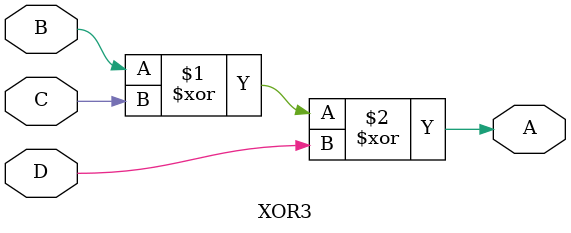
<source format=v>

module CLA2 (
	input [3:0] BL,
	input [3:0] BLB, 
	input CIN, 
	output [3:0] SUM,
	output COUT);

	wire or1_out, or2_out, or3_out, or4_out, inv1_out, inv2_out, inv3_out, inv4_out, and1_out, and2_out, and3_out, and4_out, cout0, cout1; 

	
  	INV inv_0 (inv1_out, BLB[0]);
        XOR3 xor3_0 (SUM[0], inv1_out, CIN, BL[0]);
	AND2 and2_0 (and1_out, inv1_out, CIN);
	OR2 or2_00 (cout0, BL[0], and1_out); 


  	INV inv_1 (inv2_out, BLB[1]);
        XOR3 xor3_1 (SUM[1], inv2_out, cout0, BL[1]);
	AND2 and2_1 (and2_out, inv2_out, cout0);
  	OR2 or2_11 (cout1, BL[1], and2_out); 

		
  	INV inv_2 (inv3_out, BLB[2]);
        XOR3 xor3_2 (SUM[2], inv3_out, cout1, BL[2]);
	AND2 and2_2 (and3_out, inv3_out, cout1);
	OR2 or2_22 (cout2, BL[2], and3_out); 


  	INV inv_3 (inv4_out, BLB[3]);
        XOR3 xor3_3 (SUM[3], inv4_out, cout2, BL[3]);
	AND2 and2_3 (and4_out, inv4_out, cout2);
        OR2 or2_33 (COUT, BL[3], and4_out); 

endmodule 

module AND2(output A, input B, input C); 
    assign A = B & C;
endmodule

module INV(output A, input B);
    assign A = !B;
endmodule

module OR2(output A, input B, input C);
    assign A = B | C;
endmodule

module XOR2(output A, input B, input C);
    assign A = B ^ C;
endmodule

module XOR3(output A, input B, input C, input D);
    assign A = B ^ C ^ D;
endmodule

/*`include "./cla.v"

module CLA_WRAPPER (

	input [3:0] A,
	input [3:0] B,
	input CIN,
	output [3:0] SUM,
	output  COUT
	
);
wire [3:0] BL;
wire [3:0] BLB;


assign BL = A & B;
assign BLB = ~(A | B);

CLA cla0 ( .CIN(CIN), .BL(BL), .BLB(BLB), .SUM(SUM), .COUT(COUT));

endmodule*/

</source>
